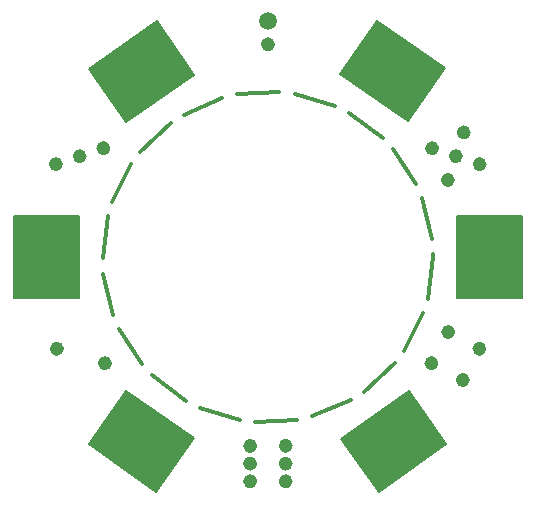
<source format=gbr>
%TF.GenerationSoftware,KiCad,Pcbnew,8.0.2*%
%TF.CreationDate,2025-06-01T21:04:34-04:00*%
%TF.ProjectId,casino-chip,63617369-6e6f-42d6-9368-69702e6b6963,0*%
%TF.SameCoordinates,Original*%
%TF.FileFunction,Copper,L2,Bot*%
%TF.FilePolarity,Positive*%
%FSLAX46Y46*%
G04 Gerber Fmt 4.6, Leading zero omitted, Abs format (unit mm)*
G04 Created by KiCad (PCBNEW 8.0.2) date 2025-06-01 21:04:34*
%MOMM*%
%LPD*%
G01*
G04 APERTURE LIST*
%TA.AperFunction,NonConductor*%
%ADD10C,0.200000*%
%TD*%
%TA.AperFunction,NonConductor*%
%ADD11C,0.600000*%
%TD*%
%TA.AperFunction,NonConductor*%
%ADD12C,0.325000*%
%TD*%
%TA.AperFunction,NonConductor*%
%ADD13C,0.599998*%
%TD*%
%TA.AperFunction,ViaPad*%
%ADD14C,1.500000*%
%TD*%
G04 APERTURE END LIST*
D10*
X115113612Y-115869521D02*
X109379548Y-119884556D01*
X106224878Y-115379220D01*
X111958942Y-111364185D01*
X115113612Y-115869521D01*
%TA.AperFunction,NonConductor*%
G36*
X115113612Y-115869521D02*
G01*
X109379548Y-119884556D01*
X106224878Y-115379220D01*
X111958942Y-111364185D01*
X115113612Y-115869521D01*
G37*
%TD.AperFunction*%
D11*
X82350002Y-92146209D02*
G75*
G02*
X81750002Y-92146209I-300000J0D01*
G01*
X81750002Y-92146209D02*
G75*
G02*
X82350002Y-92146209I300000J0D01*
G01*
X116211699Y-91473105D02*
G75*
G02*
X115611699Y-91473105I-300000J0D01*
G01*
X115611699Y-91473105D02*
G75*
G02*
X116211699Y-91473105I300000J0D01*
G01*
X98800000Y-117500000D02*
G75*
G02*
X98200000Y-117500000I-300000J0D01*
G01*
X98200000Y-117500000D02*
G75*
G02*
X98800000Y-117500000I300000J0D01*
G01*
X114200000Y-90800000D02*
G75*
G02*
X113600000Y-90800000I-300000J0D01*
G01*
X113600000Y-90800000D02*
G75*
G02*
X114200000Y-90800000I300000J0D01*
G01*
X84361699Y-91473105D02*
G75*
G02*
X83761699Y-91473105I-300000J0D01*
G01*
X83761699Y-91473105D02*
G75*
G02*
X84361699Y-91473105I300000J0D01*
G01*
D12*
X114000000Y-100000000D02*
X113546024Y-103536273D01*
X113159769Y-104777077D02*
X111526392Y-107946210D01*
X110739933Y-108980748D02*
X108123214Y-111402340D01*
X107030951Y-112106433D02*
X103744983Y-113489814D01*
X102478023Y-113778947D02*
X98917230Y-113958066D01*
X97627651Y-113797534D02*
X94219446Y-112750890D01*
X93062039Y-112159962D02*
X90215518Y-110013187D01*
X89329210Y-109062795D02*
X87386050Y-106073572D01*
X86877228Y-104877793D02*
X86070672Y-101404928D01*
X86000411Y-100107296D02*
X86427271Y-96567646D01*
X86804005Y-95323919D02*
X88413045Y-92142360D01*
X89191553Y-91101826D02*
X91789636Y-88660250D01*
X92876471Y-87947807D02*
X96151740Y-86539283D01*
X97416447Y-86240448D02*
X100975762Y-86034045D01*
X102266534Y-86184688D02*
X105682661Y-87205182D01*
X106844563Y-87787221D02*
X109707453Y-89912118D01*
X110601018Y-90855689D02*
X112567031Y-93829932D01*
X113085002Y-95021776D02*
X113918151Y-98488358D01*
X113998355Y-99785414D02*
X114000000Y-100000000D01*
D10*
X93748786Y-84564721D02*
X88014722Y-88579757D01*
X84860052Y-84074420D01*
X90594116Y-80059385D01*
X93748786Y-84564721D01*
%TA.AperFunction,NonConductor*%
G36*
X93748786Y-84564721D02*
G01*
X88014722Y-88579757D01*
X84860052Y-84074420D01*
X90594116Y-80059385D01*
X93748786Y-84564721D01*
G37*
%TD.AperFunction*%
D11*
X100300000Y-82000000D02*
G75*
G02*
X99700000Y-82000000I-300000J0D01*
G01*
X99700000Y-82000000D02*
G75*
G02*
X100300000Y-82000000I300000J0D01*
G01*
X115538593Y-93484803D02*
G75*
G02*
X114938593Y-93484803I-300000J0D01*
G01*
X114938593Y-93484803D02*
G75*
G02*
X115538593Y-93484803I300000J0D01*
G01*
D13*
X82437368Y-107777286D02*
G75*
G02*
X81837370Y-107777286I-299999J0D01*
G01*
X81837370Y-107777286D02*
G75*
G02*
X82437368Y-107777286I299999J0D01*
G01*
D10*
X78500000Y-96500000D02*
X84000000Y-96500000D01*
X84000000Y-103500000D01*
X78500000Y-103500000D01*
X78500000Y-96500000D01*
%TA.AperFunction,NonConductor*%
G36*
X78500000Y-96500000D02*
G01*
X84000000Y-96500000D01*
X84000000Y-103500000D01*
X78500000Y-103500000D01*
X78500000Y-96500000D01*
G37*
%TD.AperFunction*%
D11*
X118223396Y-92146209D02*
G75*
G02*
X117623396Y-92146209I-300000J0D01*
G01*
X117623396Y-92146209D02*
G75*
G02*
X118223396Y-92146209I300000J0D01*
G01*
D10*
X116000000Y-96500000D02*
X121500000Y-96500000D01*
X121500000Y-103500000D01*
X116000000Y-103500000D01*
X116000000Y-96500000D01*
%TA.AperFunction,NonConductor*%
G36*
X116000000Y-96500000D02*
G01*
X121500000Y-96500000D01*
X121500000Y-103500000D01*
X116000000Y-103500000D01*
X116000000Y-96500000D01*
G37*
%TD.AperFunction*%
D13*
X116791375Y-110422631D02*
G75*
G02*
X116191377Y-110422631I-299999J0D01*
G01*
X116191377Y-110422631D02*
G75*
G02*
X116791375Y-110422631I299999J0D01*
G01*
D11*
X116884803Y-89461406D02*
G75*
G02*
X116284803Y-89461406I-300000J0D01*
G01*
X116284803Y-89461406D02*
G75*
G02*
X116884803Y-89461406I300000J0D01*
G01*
X101800000Y-116000000D02*
G75*
G02*
X101200000Y-116000000I-300000J0D01*
G01*
X101200000Y-116000000D02*
G75*
G02*
X101800000Y-116000000I300000J0D01*
G01*
X101800000Y-117500000D02*
G75*
G02*
X101200000Y-117500000I-300000J0D01*
G01*
X101200000Y-117500000D02*
G75*
G02*
X101800000Y-117500000I300000J0D01*
G01*
D13*
X115568663Y-106360000D02*
G75*
G02*
X114968665Y-106360000I-299999J0D01*
G01*
X114968665Y-106360000D02*
G75*
G02*
X115568663Y-106360000I299999J0D01*
G01*
D11*
X98800000Y-116000000D02*
G75*
G02*
X98200000Y-116000000I-300000J0D01*
G01*
X98200000Y-116000000D02*
G75*
G02*
X98800000Y-116000000I300000J0D01*
G01*
D13*
X86499999Y-109000000D02*
G75*
G02*
X85900001Y-109000000I-299999J0D01*
G01*
X85900001Y-109000000D02*
G75*
G02*
X86499999Y-109000000I299999J0D01*
G01*
D10*
X93722764Y-115363440D02*
X90568094Y-119868776D01*
X84834030Y-115853741D01*
X87988700Y-111348405D01*
X93722764Y-115363440D01*
%TA.AperFunction,NonConductor*%
G36*
X93722764Y-115363440D02*
G01*
X90568094Y-119868776D01*
X84834030Y-115853741D01*
X87988700Y-111348405D01*
X93722764Y-115363440D01*
G37*
%TD.AperFunction*%
D11*
X98800000Y-119000000D02*
G75*
G02*
X98200000Y-119000000I-300000J0D01*
G01*
X98200000Y-119000000D02*
G75*
G02*
X98800000Y-119000000I300000J0D01*
G01*
X101800000Y-119000000D02*
G75*
G02*
X101200000Y-119000000I-300000J0D01*
G01*
X101200000Y-119000000D02*
G75*
G02*
X101800000Y-119000000I300000J0D01*
G01*
X86373398Y-90800000D02*
G75*
G02*
X85773398Y-90800000I-300000J0D01*
G01*
X85773398Y-90800000D02*
G75*
G02*
X86373398Y-90800000I300000J0D01*
G01*
D13*
X114148703Y-109002673D02*
G75*
G02*
X113548705Y-109002673I-299999J0D01*
G01*
X113548705Y-109002673D02*
G75*
G02*
X114148703Y-109002673I299999J0D01*
G01*
D10*
X114985553Y-84027755D02*
X111830882Y-88533091D01*
X106096818Y-84518056D01*
X109251488Y-80012720D01*
X114985553Y-84027755D01*
%TA.AperFunction,NonConductor*%
G36*
X114985553Y-84027755D02*
G01*
X111830882Y-88533091D01*
X106096818Y-84518056D01*
X109251488Y-80012720D01*
X114985553Y-84027755D01*
G37*
%TD.AperFunction*%
D13*
X118211334Y-107779959D02*
G75*
G02*
X117611336Y-107779959I-299999J0D01*
G01*
X117611336Y-107779959D02*
G75*
G02*
X118211334Y-107779959I299999J0D01*
G01*
D14*
%TO.N,*%
X100000000Y-80000000D03*
%TD*%
M02*

</source>
